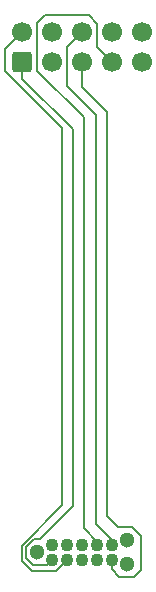
<source format=gbr>
%TF.GenerationSoftware,KiCad,Pcbnew,9.0.2*%
%TF.CreationDate,2026-01-15T08:15:22+01:00*%
%TF.ProjectId,Needle,4e656564-6c65-42e6-9b69-6361645f7063,rev?*%
%TF.SameCoordinates,Original*%
%TF.FileFunction,Copper,L1,Top*%
%TF.FilePolarity,Positive*%
%FSLAX46Y46*%
G04 Gerber Fmt 4.6, Leading zero omitted, Abs format (unit mm)*
G04 Created by KiCad (PCBNEW 9.0.2) date 2026-01-15 08:15:22*
%MOMM*%
%LPD*%
G01*
G04 APERTURE LIST*
G04 Aperture macros list*
%AMRoundRect*
0 Rectangle with rounded corners*
0 $1 Rounding radius*
0 $2 $3 $4 $5 $6 $7 $8 $9 X,Y pos of 4 corners*
0 Add a 4 corners polygon primitive as box body*
4,1,4,$2,$3,$4,$5,$6,$7,$8,$9,$2,$3,0*
0 Add four circle primitives for the rounded corners*
1,1,$1+$1,$2,$3*
1,1,$1+$1,$4,$5*
1,1,$1+$1,$6,$7*
1,1,$1+$1,$8,$9*
0 Add four rect primitives between the rounded corners*
20,1,$1+$1,$2,$3,$4,$5,0*
20,1,$1+$1,$4,$5,$6,$7,0*
20,1,$1+$1,$6,$7,$8,$9,0*
20,1,$1+$1,$8,$9,$2,$3,0*%
G04 Aperture macros list end*
%TA.AperFunction,ConnectorPad*%
%ADD10C,1.300000*%
%TD*%
%TA.AperFunction,ComponentPad*%
%ADD11C,1.050000*%
%TD*%
%TA.AperFunction,ComponentPad*%
%ADD12RoundRect,0.250000X0.600000X-0.600000X0.600000X0.600000X-0.600000X0.600000X-0.600000X-0.600000X0*%
%TD*%
%TA.AperFunction,ComponentPad*%
%ADD13C,1.700000*%
%TD*%
%TA.AperFunction,ConnectorPad*%
%ADD14C,1.100000*%
%TD*%
%TA.AperFunction,ComponentPad*%
%ADD15C,0.800000*%
%TD*%
%TA.AperFunction,Conductor*%
%ADD16C,0.200000*%
%TD*%
G04 APERTURE END LIST*
D10*
%TO.P,REF\u002A\u002A,1*%
%TO.N,N/C*%
X133190000Y-91625000D03*
D11*
%TO.P,REF\u002A\u002A,NC*%
X133190000Y-91625000D03*
%TD*%
D10*
%TO.P,REF\u002A\u002A,1*%
%TO.N,N/C*%
X140810000Y-92640000D03*
D11*
%TO.P,REF\u002A\u002A,NC*%
X140810000Y-92640000D03*
%TD*%
D12*
%TO.P,REF\u002A\u002A,1*%
%TO.N,N/C*%
X131930000Y-50070000D03*
D13*
%TO.P,REF\u002A\u002A,2*%
X131930000Y-47530000D03*
%TO.P,REF\u002A\u002A,3*%
X134470000Y-50070000D03*
%TO.P,REF\u002A\u002A,4*%
X134470000Y-47530000D03*
%TO.P,REF\u002A\u002A,5*%
X137010000Y-50070000D03*
%TO.P,REF\u002A\u002A,6*%
X137010000Y-47530000D03*
%TO.P,REF\u002A\u002A,7*%
X139550000Y-50070000D03*
%TO.P,REF\u002A\u002A,8*%
X139550000Y-47530000D03*
%TO.P,REF\u002A\u002A,9*%
X142090000Y-50070000D03*
%TO.P,REF\u002A\u002A,10*%
X142090000Y-47530000D03*
%TD*%
D14*
%TO.P,REF\u002A\u002A,1*%
%TO.N,N/C*%
X134460000Y-90990000D03*
D15*
%TO.P,REF\u002A\u002A,10*%
X134460000Y-90990000D03*
%TD*%
D14*
%TO.P,REF\u002A\u002A,1*%
%TO.N,N/C*%
X138270000Y-90990000D03*
D15*
%TO.P,REF\u002A\u002A,7*%
X138270000Y-90990000D03*
%TD*%
D14*
%TO.P,REF\u002A\u002A,1*%
%TO.N,N/C*%
X139540000Y-90990000D03*
D15*
%TO.P,REF\u002A\u002A,6*%
X139540000Y-90990000D03*
%TD*%
%TO.P,REF\u002A\u002A,1*%
%TO.N,N/C*%
X134460000Y-92260000D03*
D14*
X134460000Y-92260000D03*
%TD*%
%TO.P,REF\u002A\u002A,1*%
%TO.N,N/C*%
X139540000Y-92260000D03*
D15*
%TO.P,REF\u002A\u002A,5*%
X139540000Y-92260000D03*
%TD*%
D10*
%TO.P,REF\u002A\u002A,1*%
%TO.N,N/C*%
X140810000Y-90610000D03*
D11*
%TO.P,REF\u002A\u002A,NC*%
X140810000Y-90610000D03*
%TD*%
D14*
%TO.P,REF\u002A\u002A,1*%
%TO.N,N/C*%
X135730000Y-90990000D03*
D15*
%TO.P,REF\u002A\u002A,9*%
X135730000Y-90990000D03*
%TD*%
D14*
%TO.P,REF\u002A\u002A,1*%
%TO.N,N/C*%
X138270000Y-92260000D03*
D15*
%TO.P,REF\u002A\u002A,4*%
X138270000Y-92260000D03*
%TD*%
D14*
%TO.P,REF\u002A\u002A,1*%
%TO.N,N/C*%
X137000000Y-92260000D03*
D15*
%TO.P,REF\u002A\u002A,3*%
X137000000Y-92260000D03*
%TD*%
D14*
%TO.P,REF\u002A\u002A,1*%
%TO.N,N/C*%
X137000000Y-90990000D03*
D15*
%TO.P,REF\u002A\u002A,8*%
X137000000Y-90990000D03*
%TD*%
D14*
%TO.P,REF\u002A\u002A,1*%
%TO.N,N/C*%
X135730000Y-92260000D03*
D15*
%TO.P,REF\u002A\u002A,2*%
X135730000Y-92260000D03*
%TD*%
D16*
%TO.N,*%
X138290000Y-48810000D02*
X139550000Y-50070000D01*
X138290000Y-46850000D02*
X138290000Y-48810000D01*
X133890000Y-46130000D02*
X137570000Y-46130000D01*
X137570000Y-46130000D02*
X138290000Y-46850000D01*
X133220000Y-46800000D02*
X133890000Y-46130000D01*
X133220000Y-50850000D02*
X133220000Y-46800000D01*
X137150000Y-54780000D02*
X133220000Y-50850000D01*
X138270000Y-90700000D02*
X137150000Y-89580000D01*
X137150000Y-89580000D02*
X137150000Y-54780000D01*
X138270000Y-90990000D02*
X138270000Y-90700000D01*
X131930000Y-51510000D02*
X131930000Y-50070000D01*
X136230000Y-55810000D02*
X131930000Y-51510000D01*
X132220000Y-91200000D02*
X132960000Y-90460000D01*
X132220000Y-92080000D02*
X132220000Y-91200000D01*
X136230000Y-87680000D02*
X136230000Y-55810000D01*
X132960000Y-90460000D02*
X133450000Y-90460000D01*
X132850000Y-92710000D02*
X132220000Y-92080000D01*
X134010000Y-92710000D02*
X132850000Y-92710000D01*
X133450000Y-90460000D02*
X136230000Y-87680000D01*
X134460000Y-92260000D02*
X134010000Y-92710000D01*
X131880000Y-92350000D02*
X132730000Y-93200000D01*
X134790000Y-93200000D02*
X135730000Y-92260000D01*
X130470000Y-50840000D02*
X135340000Y-55710000D01*
X131880000Y-91050000D02*
X131880000Y-92350000D01*
X132730000Y-93200000D02*
X134790000Y-93200000D01*
X130470000Y-48990000D02*
X130470000Y-50840000D01*
X135340000Y-55710000D02*
X135340000Y-87590000D01*
X131930000Y-47530000D02*
X130470000Y-48990000D01*
X135340000Y-87590000D02*
X131880000Y-91050000D01*
X137010000Y-52240000D02*
X137010000Y-50070000D01*
X139110000Y-54340000D02*
X137010000Y-52240000D01*
X139110000Y-88530000D02*
X139110000Y-54340000D01*
X140070000Y-89490000D02*
X139110000Y-88530000D01*
X141240000Y-89490000D02*
X140070000Y-89490000D01*
X142000000Y-93080000D02*
X142000000Y-90250000D01*
X142000000Y-90250000D02*
X141240000Y-89490000D01*
X141400000Y-93680000D02*
X142000000Y-93080000D01*
X139540000Y-93050000D02*
X140170000Y-93680000D01*
X140170000Y-93680000D02*
X141400000Y-93680000D01*
X139540000Y-92260000D02*
X139540000Y-93050000D01*
X135730000Y-48810000D02*
X137010000Y-47530000D01*
X138170000Y-54600000D02*
X135730000Y-52160000D01*
X135730000Y-52160000D02*
X135730000Y-48810000D01*
X138170000Y-89220000D02*
X138170000Y-54600000D01*
X139540000Y-90590000D02*
X138170000Y-89220000D01*
X139540000Y-90990000D02*
X139540000Y-90590000D01*
%TD*%
M02*

</source>
